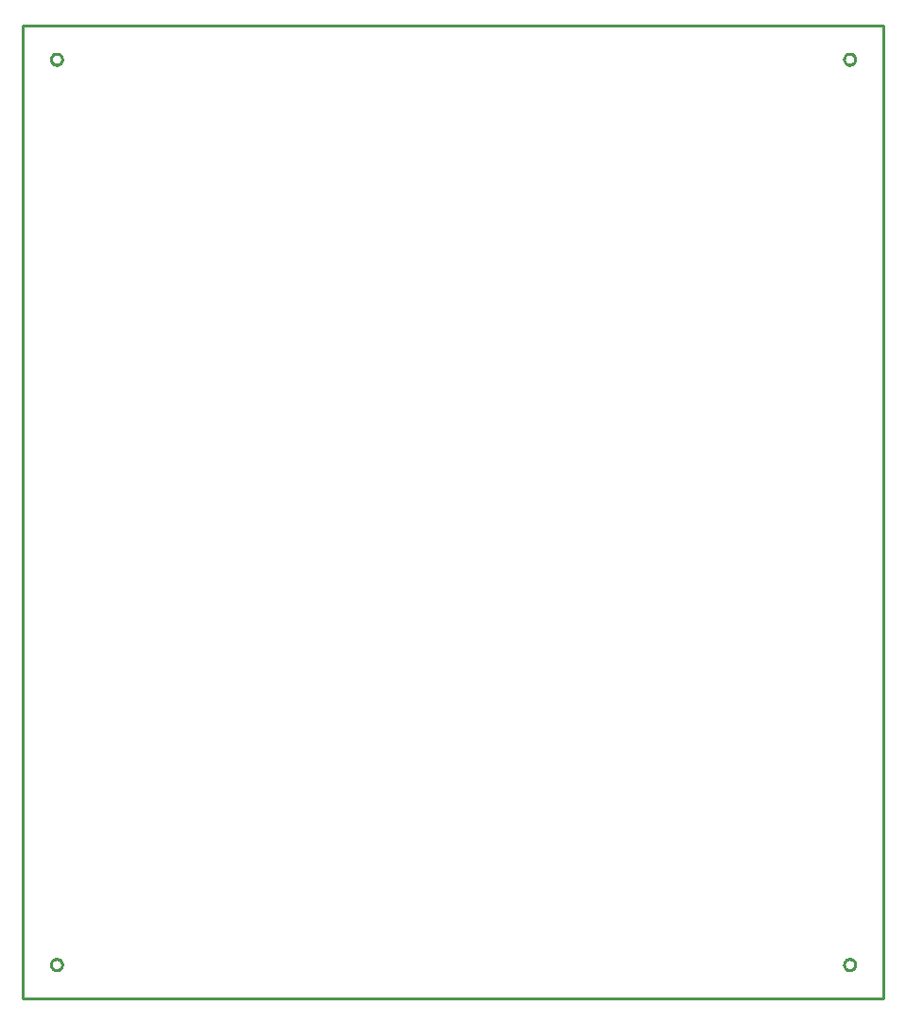
<source format=gbr>
G04 EAGLE Gerber RS-274X export*
G75*
%MOMM*%
%FSLAX34Y34*%
%LPD*%
%IN*%
%IPPOS*%
%AMOC8*
5,1,8,0,0,1.08239X$1,22.5*%
G01*
%ADD10C,0.254000*%


D10*
X0Y0D02*
X770000Y0D01*
X770000Y870000D01*
X0Y870000D01*
X0Y0D01*
X35000Y839719D02*
X34937Y839161D01*
X34812Y838614D01*
X34627Y838084D01*
X34383Y837578D01*
X34084Y837102D01*
X33734Y836663D01*
X33337Y836266D01*
X32898Y835916D01*
X32422Y835617D01*
X31916Y835373D01*
X31386Y835188D01*
X30839Y835063D01*
X30281Y835000D01*
X29719Y835000D01*
X29161Y835063D01*
X28614Y835188D01*
X28084Y835373D01*
X27578Y835617D01*
X27102Y835916D01*
X26663Y836266D01*
X26266Y836663D01*
X25916Y837102D01*
X25617Y837578D01*
X25373Y838084D01*
X25188Y838614D01*
X25063Y839161D01*
X25000Y839719D01*
X25000Y840281D01*
X25063Y840839D01*
X25188Y841386D01*
X25373Y841916D01*
X25617Y842422D01*
X25916Y842898D01*
X26266Y843337D01*
X26663Y843734D01*
X27102Y844084D01*
X27578Y844383D01*
X28084Y844627D01*
X28614Y844812D01*
X29161Y844937D01*
X29719Y845000D01*
X30281Y845000D01*
X30839Y844937D01*
X31386Y844812D01*
X31916Y844627D01*
X32422Y844383D01*
X32898Y844084D01*
X33337Y843734D01*
X33734Y843337D01*
X34084Y842898D01*
X34383Y842422D01*
X34627Y841916D01*
X34812Y841386D01*
X34937Y840839D01*
X35000Y840281D01*
X35000Y839719D01*
X745000Y839719D02*
X744937Y839161D01*
X744812Y838614D01*
X744627Y838084D01*
X744383Y837578D01*
X744084Y837102D01*
X743734Y836663D01*
X743337Y836266D01*
X742898Y835916D01*
X742422Y835617D01*
X741916Y835373D01*
X741386Y835188D01*
X740839Y835063D01*
X740281Y835000D01*
X739719Y835000D01*
X739161Y835063D01*
X738614Y835188D01*
X738084Y835373D01*
X737578Y835617D01*
X737102Y835916D01*
X736663Y836266D01*
X736266Y836663D01*
X735916Y837102D01*
X735617Y837578D01*
X735373Y838084D01*
X735188Y838614D01*
X735063Y839161D01*
X735000Y839719D01*
X735000Y840281D01*
X735063Y840839D01*
X735188Y841386D01*
X735373Y841916D01*
X735617Y842422D01*
X735916Y842898D01*
X736266Y843337D01*
X736663Y843734D01*
X737102Y844084D01*
X737578Y844383D01*
X738084Y844627D01*
X738614Y844812D01*
X739161Y844937D01*
X739719Y845000D01*
X740281Y845000D01*
X740839Y844937D01*
X741386Y844812D01*
X741916Y844627D01*
X742422Y844383D01*
X742898Y844084D01*
X743337Y843734D01*
X743734Y843337D01*
X744084Y842898D01*
X744383Y842422D01*
X744627Y841916D01*
X744812Y841386D01*
X744937Y840839D01*
X745000Y840281D01*
X745000Y839719D01*
X745000Y29719D02*
X744937Y29161D01*
X744812Y28614D01*
X744627Y28084D01*
X744383Y27578D01*
X744084Y27102D01*
X743734Y26663D01*
X743337Y26266D01*
X742898Y25916D01*
X742422Y25617D01*
X741916Y25373D01*
X741386Y25188D01*
X740839Y25063D01*
X740281Y25000D01*
X739719Y25000D01*
X739161Y25063D01*
X738614Y25188D01*
X738084Y25373D01*
X737578Y25617D01*
X737102Y25916D01*
X736663Y26266D01*
X736266Y26663D01*
X735916Y27102D01*
X735617Y27578D01*
X735373Y28084D01*
X735188Y28614D01*
X735063Y29161D01*
X735000Y29719D01*
X735000Y30281D01*
X735063Y30839D01*
X735188Y31386D01*
X735373Y31916D01*
X735617Y32422D01*
X735916Y32898D01*
X736266Y33337D01*
X736663Y33734D01*
X737102Y34084D01*
X737578Y34383D01*
X738084Y34627D01*
X738614Y34812D01*
X739161Y34937D01*
X739719Y35000D01*
X740281Y35000D01*
X740839Y34937D01*
X741386Y34812D01*
X741916Y34627D01*
X742422Y34383D01*
X742898Y34084D01*
X743337Y33734D01*
X743734Y33337D01*
X744084Y32898D01*
X744383Y32422D01*
X744627Y31916D01*
X744812Y31386D01*
X744937Y30839D01*
X745000Y30281D01*
X745000Y29719D01*
X35000Y29719D02*
X34937Y29161D01*
X34812Y28614D01*
X34627Y28084D01*
X34383Y27578D01*
X34084Y27102D01*
X33734Y26663D01*
X33337Y26266D01*
X32898Y25916D01*
X32422Y25617D01*
X31916Y25373D01*
X31386Y25188D01*
X30839Y25063D01*
X30281Y25000D01*
X29719Y25000D01*
X29161Y25063D01*
X28614Y25188D01*
X28084Y25373D01*
X27578Y25617D01*
X27102Y25916D01*
X26663Y26266D01*
X26266Y26663D01*
X25916Y27102D01*
X25617Y27578D01*
X25373Y28084D01*
X25188Y28614D01*
X25063Y29161D01*
X25000Y29719D01*
X25000Y30281D01*
X25063Y30839D01*
X25188Y31386D01*
X25373Y31916D01*
X25617Y32422D01*
X25916Y32898D01*
X26266Y33337D01*
X26663Y33734D01*
X27102Y34084D01*
X27578Y34383D01*
X28084Y34627D01*
X28614Y34812D01*
X29161Y34937D01*
X29719Y35000D01*
X30281Y35000D01*
X30839Y34937D01*
X31386Y34812D01*
X31916Y34627D01*
X32422Y34383D01*
X32898Y34084D01*
X33337Y33734D01*
X33734Y33337D01*
X34084Y32898D01*
X34383Y32422D01*
X34627Y31916D01*
X34812Y31386D01*
X34937Y30839D01*
X35000Y30281D01*
X35000Y29719D01*
M02*

</source>
